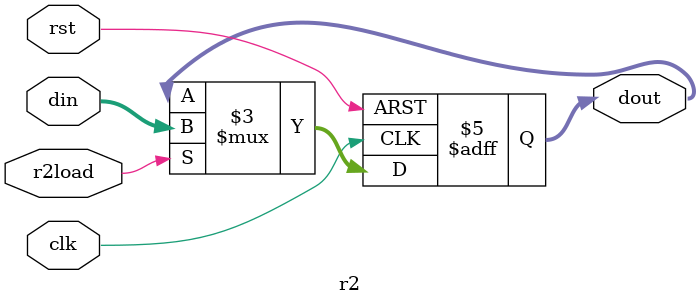
<source format=v>
/*r2通用寄存器*/
module r2(din, clk, rst,r2load, dout);
input clk,rst,r2load;
input [7:0] din;
output [7:0]dout;
reg [7:0]dout;
//使用always块来描述模块的行为
always@(posedge clk or negedge rst)
begin
//复位信号为0
	if(rst==0)//将dout的值设置为0，表示将寄存器清零。
		dout<=0;
	else if(r2load)//load为高电平
		dout<=din;
end
endmodule
</source>
